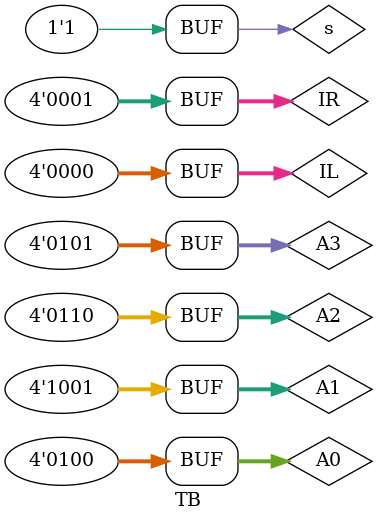
<source format=v>

`timescale 1ns / 1ps
`include "mypro.v"
module TB();

    reg s;
    reg [3:0]IR;
    reg [3:0]IL; 
    reg [3:0] A0;
    reg [3:0] A1;
    reg [3:0] A2;
    reg [3:0] A3;

    wire [3:0] H0;
    wire [3:0] H1;
    wire [3:0] H2;
    wire [3:0] H3;

    main_module MN(
        .s(s),
        .IR(IR),
        .A0(A0),
        .A1(A1),
        .A2(A2),
        .A3(A3),
        .IL(IL),
        .H0(H0),
        .H1(H1),
        .H2(H2),
        .H3(H3)
    );

    initial 
        begin

          $dumpfile("TB.vcd");
          $dumpvars(0, TB);

          s = 0;
          IR = 4'b0000;
          IL = 4'b0001;
          A0 = 4'b0000;
          A1 = 4'b0001;
          A2 = 4'b0010;
          A3 = 4'b0100;
          #100;

          A0 = 4'b1000;
          A1 = 4'b0100;
          A2 = 4'b0010;
          A3 = 4'b0001;
          #50;
          s = 1;
          IR = 4'b0001;
          IL = 4'b0000;
          A0 = 4'b0100;
          A1 = 4'b1001;
          A2 = 4'b0110;
          A3 = 4'b0101;
          #50;

        end
    

endmodule
</source>
